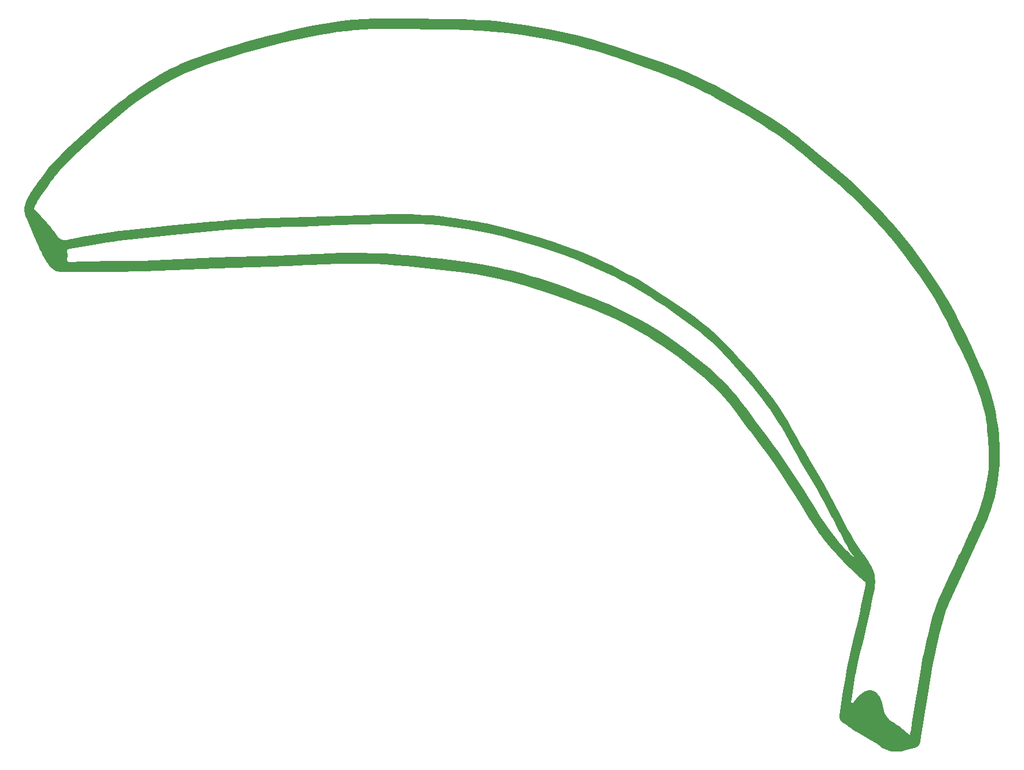
<source format=gbr>
%TF.GenerationSoftware,KiCad,Pcbnew,8.0.4-8.0.4-0~ubuntu22.04.1*%
%TF.CreationDate,2024-11-20T16:55:02+01:00*%
%TF.ProjectId,HH2025badge,48483230-3235-4626-9164-67652e6b6963,rev?*%
%TF.SameCoordinates,Original*%
%TF.FileFunction,Legend,Bot*%
%TF.FilePolarity,Positive*%
%FSLAX46Y46*%
G04 Gerber Fmt 4.6, Leading zero omitted, Abs format (unit mm)*
G04 Created by KiCad (PCBNEW 8.0.4-8.0.4-0~ubuntu22.04.1) date 2024-11-20 16:55:02*
%MOMM*%
%LPD*%
G01*
G04 APERTURE LIST*
%ADD10C,0.000000*%
G04 APERTURE END LIST*
D10*
G36*
X187853437Y-27780947D02*
G01*
X193168942Y-27863157D01*
X195499714Y-27906395D01*
X196669218Y-27944655D01*
X197839287Y-27998263D01*
X199008287Y-28070412D01*
X200174582Y-28164289D01*
X201336538Y-28283087D01*
X202492521Y-28429998D01*
X204449870Y-28720860D01*
X206401889Y-29047166D01*
X208347514Y-29411842D01*
X210285681Y-29817810D01*
X212215324Y-30267999D01*
X214135379Y-30765331D01*
X216044782Y-31312733D01*
X217942469Y-31913130D01*
X222142713Y-33334632D01*
X224227764Y-34074441D01*
X226296428Y-34852770D01*
X228343954Y-35683975D01*
X230365588Y-36582417D01*
X231365211Y-37061340D01*
X232356578Y-37562456D01*
X233339095Y-38087561D01*
X234312170Y-38638449D01*
X238604133Y-41144501D01*
X239668288Y-41785543D01*
X240724118Y-42442957D01*
X241769227Y-43122023D01*
X242801222Y-43828021D01*
X243635944Y-44437215D01*
X244455500Y-45071175D01*
X245263577Y-45723671D01*
X246063863Y-46388475D01*
X247655805Y-47730084D01*
X248454837Y-48394432D01*
X249260823Y-49046169D01*
X250389623Y-49958468D01*
X251493779Y-50894923D01*
X252573804Y-51854772D01*
X253630211Y-52837257D01*
X254663513Y-53841620D01*
X255674224Y-54867098D01*
X256662855Y-55912934D01*
X257629920Y-56978366D01*
X258575934Y-58062635D01*
X259501408Y-59164983D01*
X261292789Y-61420873D01*
X263008168Y-63739956D01*
X264651650Y-66116157D01*
X265143127Y-66869848D01*
X265619358Y-67631298D01*
X266081360Y-68399991D01*
X266530148Y-69175409D01*
X267392149Y-70744353D01*
X268213495Y-72333989D01*
X269002314Y-73940179D01*
X269766740Y-75558786D01*
X271254935Y-78816692D01*
X271534432Y-79445136D01*
X271799434Y-80077001D01*
X272049885Y-80712442D01*
X272285726Y-81351616D01*
X272506902Y-81994680D01*
X272713355Y-82641790D01*
X272905029Y-83293104D01*
X273081865Y-83948778D01*
X273243808Y-84608968D01*
X273390799Y-85273831D01*
X273522783Y-85943525D01*
X273639702Y-86618205D01*
X273741499Y-87298028D01*
X273828116Y-87983152D01*
X273899498Y-88673732D01*
X273955587Y-89369925D01*
X274000348Y-90114061D01*
X274026718Y-90853632D01*
X274034464Y-91588790D01*
X274023353Y-92319689D01*
X273993153Y-93046478D01*
X273943631Y-93769309D01*
X273874554Y-94488336D01*
X273785689Y-95203710D01*
X273676804Y-95915583D01*
X273547666Y-96624106D01*
X273398043Y-97329433D01*
X273227701Y-98031714D01*
X273036407Y-98731101D01*
X272823930Y-99427746D01*
X272590036Y-100121802D01*
X272334492Y-100813421D01*
X272136896Y-101299971D01*
X271932007Y-101780555D01*
X271721346Y-102256199D01*
X271506429Y-102727929D01*
X270634615Y-104596230D01*
X267763683Y-110819868D01*
X266867942Y-112740033D01*
X266654357Y-113227391D01*
X266452130Y-113721248D01*
X266264869Y-114223391D01*
X266177979Y-114478128D01*
X266096183Y-114735605D01*
X265641756Y-116262582D01*
X265231663Y-117799068D01*
X264861002Y-119344228D01*
X264524874Y-120897223D01*
X264218375Y-122457217D01*
X263936607Y-124023372D01*
X263427660Y-127170821D01*
X262517487Y-132860288D01*
X262414312Y-133505228D01*
X262395528Y-133610089D01*
X262371967Y-133709545D01*
X262358352Y-133757266D01*
X262343489Y-133803661D01*
X262327361Y-133848738D01*
X262309950Y-133892505D01*
X262291238Y-133934970D01*
X262271207Y-133976142D01*
X262249840Y-134016029D01*
X262227118Y-134054639D01*
X262203026Y-134091981D01*
X262177542Y-134128063D01*
X262150652Y-134162894D01*
X262122336Y-134196481D01*
X262092576Y-134228832D01*
X262061355Y-134259957D01*
X262028655Y-134289864D01*
X261994458Y-134318560D01*
X261958748Y-134346055D01*
X261921504Y-134372355D01*
X261882710Y-134397470D01*
X261842349Y-134421408D01*
X261800401Y-134444179D01*
X261756851Y-134465788D01*
X261711678Y-134486245D01*
X261664866Y-134505559D01*
X261616398Y-134523737D01*
X261566254Y-134540787D01*
X261514417Y-134556719D01*
X261460871Y-134571540D01*
X260118613Y-134930999D01*
X259888565Y-134979205D01*
X259660433Y-135019058D01*
X259434232Y-135050031D01*
X259209975Y-135071598D01*
X258987678Y-135083230D01*
X258767355Y-135084401D01*
X258549020Y-135074584D01*
X258332688Y-135053251D01*
X258118373Y-135019877D01*
X257906090Y-134973933D01*
X257695852Y-134914892D01*
X257487674Y-134842226D01*
X257281572Y-134755410D01*
X257077557Y-134653917D01*
X256875647Y-134537217D01*
X256675854Y-134404786D01*
X255967642Y-133909777D01*
X255791537Y-133789918D01*
X255613837Y-133671847D01*
X255433552Y-133555673D01*
X255249695Y-133441514D01*
X254816921Y-133174603D01*
X254378937Y-132923305D01*
X253500571Y-132436401D01*
X253066806Y-132185220D01*
X252852723Y-132054292D01*
X252641059Y-131918504D01*
X252432228Y-131776887D01*
X252226642Y-131628467D01*
X252024715Y-131472269D01*
X251826861Y-131307319D01*
X251664497Y-131188282D01*
X251585860Y-131130873D01*
X251507601Y-131075023D01*
X251428734Y-131020843D01*
X251348271Y-130968449D01*
X251265223Y-130917953D01*
X251178605Y-130869470D01*
X251093535Y-130820986D01*
X251015698Y-130770346D01*
X250944957Y-130717436D01*
X250912204Y-130690097D01*
X250881173Y-130662149D01*
X250851848Y-130633581D01*
X250824210Y-130604377D01*
X250798242Y-130574524D01*
X250773929Y-130544008D01*
X250751251Y-130512816D01*
X250730193Y-130480936D01*
X250710735Y-130448350D01*
X250692863Y-130415048D01*
X250676558Y-130381014D01*
X250661803Y-130346237D01*
X250648581Y-130310701D01*
X250636874Y-130274394D01*
X250626666Y-130237300D01*
X250617940Y-130199409D01*
X250610678Y-130160704D01*
X250604861Y-130121172D01*
X250597502Y-130039576D01*
X250595723Y-129954510D01*
X250599387Y-129865865D01*
X250608356Y-129773531D01*
X250835600Y-128025850D01*
X251095671Y-126271190D01*
X251384922Y-124519578D01*
X251699698Y-122781040D01*
X251929491Y-121651515D01*
X252182343Y-120527543D01*
X252724250Y-118288044D01*
X253259472Y-116046112D01*
X253503968Y-114919099D01*
X253722062Y-113785316D01*
X253789743Y-113401092D01*
X253862856Y-113018846D01*
X254020364Y-112258460D01*
X254345411Y-110741339D01*
X254370227Y-110671423D01*
X254382170Y-110634492D01*
X254393069Y-110596531D01*
X254402373Y-110557751D01*
X254409530Y-110518369D01*
X254412131Y-110498517D01*
X254413989Y-110478595D01*
X254415035Y-110458629D01*
X254415201Y-110438646D01*
X254414416Y-110418672D01*
X254412613Y-110398732D01*
X254409723Y-110378856D01*
X254405675Y-110359069D01*
X254400403Y-110339399D01*
X254393837Y-110319871D01*
X254385907Y-110300512D01*
X254376546Y-110281350D01*
X254365684Y-110262409D01*
X254353252Y-110243718D01*
X254339182Y-110225305D01*
X254323404Y-110207192D01*
X254305851Y-110189410D01*
X254286452Y-110171984D01*
X254265140Y-110154941D01*
X254241844Y-110138306D01*
X254157343Y-110083004D01*
X254076190Y-110025489D01*
X253998011Y-109965980D01*
X253922430Y-109904696D01*
X253849073Y-109841854D01*
X253777563Y-109777674D01*
X253638586Y-109646171D01*
X253366294Y-109376707D01*
X253226976Y-109242240D01*
X253155210Y-109175837D01*
X253081539Y-109110278D01*
X252069717Y-108177461D01*
X251091865Y-107216311D01*
X250149735Y-106224628D01*
X249692612Y-105716648D01*
X249245074Y-105200208D01*
X248807340Y-104675033D01*
X248379629Y-104140847D01*
X247962160Y-103597375D01*
X247555151Y-103044342D01*
X247158820Y-102481473D01*
X246773385Y-101908492D01*
X246399066Y-101325122D01*
X246036081Y-100731091D01*
X245063488Y-99143348D01*
X244073985Y-97566961D01*
X243065557Y-96003559D01*
X242036192Y-94454778D01*
X240983875Y-92922251D01*
X239906593Y-91407611D01*
X238802331Y-89912489D01*
X237669077Y-88438521D01*
X237140394Y-87741491D01*
X236620525Y-87041044D01*
X235587778Y-85641749D01*
X235065174Y-84948824D01*
X234531928Y-84264332D01*
X233983181Y-83591231D01*
X233414066Y-82932486D01*
X232664955Y-82136618D01*
X231888139Y-81371361D01*
X231087230Y-80633299D01*
X230265837Y-79919013D01*
X229427570Y-79225084D01*
X228576039Y-78548095D01*
X227714855Y-77884628D01*
X226847625Y-77231263D01*
X225781193Y-76453030D01*
X224699138Y-75706019D01*
X223601346Y-74989244D01*
X222487703Y-74301718D01*
X221358096Y-73642453D01*
X220212411Y-73010461D01*
X219050533Y-72404755D01*
X217872350Y-71824345D01*
X216992544Y-71412475D01*
X216104525Y-71023169D01*
X215209814Y-70652249D01*
X214309932Y-70295537D01*
X210689112Y-68927188D01*
X208578472Y-68163002D01*
X206452160Y-67462672D01*
X204309719Y-66827455D01*
X202150694Y-66258604D01*
X199974630Y-65757372D01*
X197781070Y-65325013D01*
X195569557Y-64962781D01*
X193339636Y-64671928D01*
X190285343Y-64330018D01*
X187223139Y-64030659D01*
X185688118Y-63906052D01*
X184149974Y-63803024D01*
X182608327Y-63725219D01*
X181062797Y-63676287D01*
X179656546Y-63653362D01*
X178252868Y-63664971D01*
X176851006Y-63702795D01*
X175450202Y-63758513D01*
X172648742Y-63890352D01*
X171246570Y-63949833D01*
X169842427Y-63993928D01*
X159258674Y-64351466D01*
X148682194Y-64772230D01*
X147220301Y-64821800D01*
X145755487Y-64854692D01*
X142821191Y-64885181D01*
X136962630Y-64908171D01*
X136812833Y-64903721D01*
X136665082Y-64893804D01*
X136519604Y-64877972D01*
X136376621Y-64855773D01*
X136236356Y-64826754D01*
X136099032Y-64790467D01*
X135964875Y-64746458D01*
X135834105Y-64694277D01*
X135706947Y-64633474D01*
X135583624Y-64563597D01*
X135464360Y-64484193D01*
X135349378Y-64394815D01*
X135238899Y-64295009D01*
X135133151Y-64184324D01*
X135032353Y-64062311D01*
X134936731Y-63928515D01*
X134660630Y-63523905D01*
X134524382Y-63319890D01*
X134390300Y-63113824D01*
X134259106Y-62905024D01*
X134131521Y-62692804D01*
X134008269Y-62476484D01*
X133890070Y-62255378D01*
X133695009Y-61831489D01*
X137550255Y-61831489D01*
X137550921Y-61855838D01*
X137552758Y-61881278D01*
X137555785Y-61907832D01*
X137560026Y-61935524D01*
X137570336Y-62007418D01*
X137578346Y-62078476D01*
X137584268Y-62148774D01*
X137588311Y-62218387D01*
X137590681Y-62287393D01*
X137591588Y-62355866D01*
X137589852Y-62491520D01*
X137566188Y-63028046D01*
X137563737Y-63077790D01*
X137563852Y-63123734D01*
X137566742Y-63165956D01*
X137569292Y-63185695D01*
X137572615Y-63204532D01*
X137576735Y-63222476D01*
X137581681Y-63239538D01*
X137587476Y-63255725D01*
X137594149Y-63271048D01*
X137601723Y-63285517D01*
X137610226Y-63299141D01*
X137619684Y-63311930D01*
X137630123Y-63323892D01*
X137641569Y-63335038D01*
X137654048Y-63345378D01*
X137667586Y-63354918D01*
X137682210Y-63363672D01*
X137697946Y-63371647D01*
X137714817Y-63378853D01*
X137732855Y-63385299D01*
X137752081Y-63390995D01*
X137772522Y-63395951D01*
X137794206Y-63400176D01*
X137817158Y-63403679D01*
X137841405Y-63406471D01*
X137893885Y-63409955D01*
X137951855Y-63410707D01*
X139698208Y-63357329D01*
X141443033Y-63318536D01*
X143189671Y-63295546D01*
X144941468Y-63289572D01*
X146715059Y-63269689D01*
X148488351Y-63224618D01*
X152034041Y-63079729D01*
X159121792Y-62716698D01*
X168322408Y-62511925D01*
X176086912Y-62147885D01*
X177622191Y-62100809D01*
X179155148Y-62082226D01*
X180686502Y-62091454D01*
X182216974Y-62127807D01*
X183747288Y-62190602D01*
X185278164Y-62279156D01*
X186810324Y-62392784D01*
X188344490Y-62530804D01*
X190293734Y-62732983D01*
X192231424Y-62946100D01*
X194164248Y-63172590D01*
X196098891Y-63414886D01*
X196644283Y-63497615D01*
X197187053Y-63588854D01*
X198268830Y-63790781D01*
X200446062Y-64229895D01*
X201095601Y-64364094D01*
X201745631Y-64506044D01*
X202395735Y-64655591D01*
X203045495Y-64812585D01*
X203694494Y-64976873D01*
X204342315Y-65148303D01*
X205632751Y-65511983D01*
X206404719Y-65739954D01*
X207181845Y-65984947D01*
X207960787Y-66245745D01*
X208738204Y-66521131D01*
X210615081Y-67189114D01*
X212482221Y-67883841D01*
X214339627Y-68605311D01*
X216187302Y-69353525D01*
X216883312Y-69646286D01*
X217573849Y-69954091D01*
X218259520Y-70275266D01*
X218940933Y-70608143D01*
X219618696Y-70951049D01*
X220293418Y-71302312D01*
X221636170Y-72023223D01*
X222950710Y-72759893D01*
X224234576Y-73543132D01*
X225491153Y-74367545D01*
X226723822Y-75227738D01*
X227935967Y-76118318D01*
X229130970Y-77033891D01*
X230312214Y-77969063D01*
X231483082Y-78918440D01*
X231931046Y-79300011D01*
X232368569Y-79690442D01*
X232796156Y-80089322D01*
X233214308Y-80496244D01*
X233623529Y-80910800D01*
X234024326Y-81332581D01*
X234802650Y-82196186D01*
X235553310Y-83083796D01*
X236280334Y-83992140D01*
X236987748Y-84917956D01*
X237679582Y-85857976D01*
X238226282Y-86612116D01*
X238780581Y-87360977D01*
X239901036Y-88852132D01*
X241019057Y-90349973D01*
X241570315Y-91107192D01*
X242112756Y-91873033D01*
X242805142Y-92872641D01*
X243487344Y-93879426D01*
X244159513Y-94892970D01*
X244821804Y-95912856D01*
X245474367Y-96938666D01*
X246117356Y-97969982D01*
X246750921Y-99006384D01*
X247375217Y-100047456D01*
X247846570Y-100811637D01*
X248339089Y-101557968D01*
X248852052Y-102287132D01*
X249384737Y-102999815D01*
X249936424Y-103696699D01*
X250506388Y-104378468D01*
X251093910Y-105045807D01*
X251698265Y-105699398D01*
X251921908Y-105861558D01*
X251957117Y-105911736D01*
X251993505Y-105961281D01*
X252031107Y-106010082D01*
X252069964Y-106058040D01*
X252110113Y-106105048D01*
X252151593Y-106151002D01*
X252194440Y-106195799D01*
X252238693Y-106239332D01*
X252284390Y-106281499D01*
X252331570Y-106322192D01*
X252380270Y-106361311D01*
X252430527Y-106398749D01*
X252482380Y-106434402D01*
X252535869Y-106468165D01*
X252591029Y-106499935D01*
X252647899Y-106529605D01*
X252116448Y-105770836D01*
X251957947Y-105499256D01*
X251801081Y-105224482D01*
X251646267Y-104946671D01*
X251493923Y-104665972D01*
X251344467Y-104382538D01*
X251198316Y-104096520D01*
X251055891Y-103808073D01*
X250917606Y-103517348D01*
X250715310Y-103167599D01*
X250520425Y-102814394D01*
X250331239Y-102458533D01*
X250146043Y-102100810D01*
X249780779Y-101382972D01*
X249597292Y-101024451D01*
X249410956Y-100667259D01*
X248892812Y-99653073D01*
X248356203Y-98645413D01*
X247804244Y-97643525D01*
X247240052Y-96646647D01*
X246087424Y-94664887D01*
X244923246Y-92694064D01*
X244349876Y-91691641D01*
X243782280Y-90683744D01*
X242668057Y-88683153D01*
X242146834Y-87764534D01*
X241604027Y-86863613D01*
X241039940Y-85979555D01*
X240454877Y-85111523D01*
X239849143Y-84258684D01*
X239223042Y-83420197D01*
X238576878Y-82595231D01*
X237910955Y-81782947D01*
X235740435Y-79231327D01*
X235188875Y-78598452D01*
X234630551Y-77971160D01*
X234063867Y-77351235D01*
X233487225Y-76740463D01*
X233085057Y-76320450D01*
X232674889Y-75910064D01*
X231832301Y-75115976D01*
X230962957Y-74353793D01*
X230070354Y-73619109D01*
X229157990Y-72907518D01*
X228229360Y-72214613D01*
X227287962Y-71535990D01*
X226337291Y-70867242D01*
X225651090Y-70380880D01*
X224960822Y-69904394D01*
X224266068Y-69437631D01*
X223566410Y-68980441D01*
X222861431Y-68532670D01*
X222150713Y-68094167D01*
X221433836Y-67664781D01*
X220710385Y-67244359D01*
X219981686Y-66833385D01*
X219249336Y-66432438D01*
X218513336Y-66041519D01*
X217773684Y-65660629D01*
X217030381Y-65289767D01*
X216283429Y-64928934D01*
X215532824Y-64578130D01*
X214778570Y-64237354D01*
X213239971Y-63572615D01*
X212469185Y-63253426D01*
X211695887Y-62943735D01*
X210918939Y-62644071D01*
X210137203Y-62354968D01*
X209349537Y-62076957D01*
X208554804Y-61810569D01*
X206786503Y-61260342D01*
X205013332Y-60723484D01*
X203230428Y-60213371D01*
X202333807Y-59972520D01*
X201432927Y-59743370D01*
X199681509Y-59324215D01*
X197923430Y-58948065D01*
X196158727Y-58618718D01*
X194387436Y-58339973D01*
X192609596Y-58115631D01*
X190825241Y-57949488D01*
X189034411Y-57845344D01*
X187237141Y-57807000D01*
X183787377Y-57839163D01*
X180350065Y-57909929D01*
X176920641Y-58021423D01*
X173494545Y-58175771D01*
X171934025Y-58247102D01*
X170372182Y-58299968D01*
X167245276Y-58384655D01*
X165680587Y-58433645D01*
X164115325Y-58498517D01*
X162549677Y-58587855D01*
X160983829Y-58710245D01*
X153079007Y-59432073D01*
X149124759Y-59839639D01*
X145179005Y-60307083D01*
X144260470Y-60432414D01*
X143347249Y-60569143D01*
X141532498Y-60867675D01*
X137920004Y-61501217D01*
X137873720Y-61507577D01*
X137829809Y-61515866D01*
X137788443Y-61526264D01*
X137749793Y-61538952D01*
X137731540Y-61546212D01*
X137714030Y-61554111D01*
X137697284Y-61562673D01*
X137681324Y-61571921D01*
X137666171Y-61581876D01*
X137651846Y-61592562D01*
X137638372Y-61604000D01*
X137625769Y-61616215D01*
X137614058Y-61629227D01*
X137603261Y-61643060D01*
X137593399Y-61657736D01*
X137584494Y-61673278D01*
X137576566Y-61689708D01*
X137569639Y-61707050D01*
X137563732Y-61725325D01*
X137558867Y-61744556D01*
X137555065Y-61764764D01*
X137552349Y-61785974D01*
X137550738Y-61808208D01*
X137550255Y-61831489D01*
X133695009Y-61831489D01*
X133595107Y-61614391D01*
X133304781Y-60968468D01*
X132733477Y-59663936D01*
X131596350Y-57019009D01*
X131537559Y-56876411D01*
X131484106Y-56735400D01*
X131436313Y-56595738D01*
X131394502Y-56457189D01*
X131358998Y-56319517D01*
X131330123Y-56182482D01*
X131308201Y-56045848D01*
X131293553Y-55909377D01*
X131286504Y-55772833D01*
X131287377Y-55635977D01*
X131289962Y-55597023D01*
X132738820Y-55597023D01*
X132739218Y-55611719D01*
X132740477Y-55626492D01*
X132742646Y-55641359D01*
X132745780Y-55656342D01*
X132749930Y-55671457D01*
X132755149Y-55686724D01*
X132761488Y-55702163D01*
X132769000Y-55717792D01*
X132777738Y-55733631D01*
X132787753Y-55749698D01*
X132799097Y-55766012D01*
X132811822Y-55782593D01*
X132825983Y-55799459D01*
X132841630Y-55816630D01*
X133280966Y-56268112D01*
X133713539Y-56725178D01*
X134138360Y-57187943D01*
X134554441Y-57656516D01*
X134960795Y-58131014D01*
X135356434Y-58611550D01*
X135740370Y-59098235D01*
X136111615Y-59591184D01*
X136198442Y-59699980D01*
X136285348Y-59796856D01*
X136328927Y-59840969D01*
X136372638Y-59882277D01*
X136416522Y-59920838D01*
X136460616Y-59956710D01*
X136504957Y-59989950D01*
X136549584Y-60020619D01*
X136594535Y-60048774D01*
X136639848Y-60074471D01*
X136685560Y-60097771D01*
X136731710Y-60118731D01*
X136778336Y-60137409D01*
X136825475Y-60153864D01*
X136873165Y-60168153D01*
X136921445Y-60180335D01*
X136970352Y-60190469D01*
X137019926Y-60198611D01*
X137121220Y-60209157D01*
X137225632Y-60212437D01*
X137333465Y-60208918D01*
X137445022Y-60199066D01*
X137560609Y-60183345D01*
X137680527Y-60162221D01*
X138746354Y-59948379D01*
X139815711Y-59744340D01*
X140887875Y-59550787D01*
X141962125Y-59368404D01*
X143037738Y-59197875D01*
X144113994Y-59039883D01*
X145190170Y-58895112D01*
X146265545Y-58764246D01*
X149368715Y-58429268D01*
X152480084Y-58123774D01*
X158711636Y-57519778D01*
X160139610Y-57387668D01*
X161562564Y-57279756D01*
X162981867Y-57192283D01*
X164398885Y-57121487D01*
X167231543Y-57014884D01*
X170071489Y-56929864D01*
X175393149Y-56731645D01*
X178048810Y-56636333D01*
X180705075Y-56560171D01*
X183027528Y-56489334D01*
X185345110Y-56431866D01*
X186501692Y-56422202D01*
X187656595Y-56432750D01*
X188809668Y-56469131D01*
X189960756Y-56536969D01*
X190841934Y-56607676D01*
X191716460Y-56690159D01*
X192585892Y-56784038D01*
X193451789Y-56888934D01*
X194315707Y-57004467D01*
X195179204Y-57130256D01*
X196911166Y-57411087D01*
X197595095Y-57529253D01*
X198276095Y-57656764D01*
X198954889Y-57792935D01*
X199632199Y-57937084D01*
X200985253Y-58246579D01*
X202341031Y-58579780D01*
X203554227Y-58907777D01*
X204762554Y-59249146D01*
X205966012Y-59603883D01*
X207164599Y-59971991D01*
X207843933Y-60180997D01*
X208516654Y-60400372D01*
X209184358Y-60628333D01*
X209848642Y-60863094D01*
X212503483Y-61834426D01*
X213110397Y-62075989D01*
X213711459Y-62325832D01*
X214307809Y-62583425D01*
X214900584Y-62848234D01*
X216079977Y-63397377D01*
X217258753Y-63969011D01*
X218823502Y-64761258D01*
X219604031Y-65168304D01*
X220380645Y-65584808D01*
X221151328Y-66012406D01*
X221914067Y-66452727D01*
X222666848Y-66907407D01*
X223407658Y-67378077D01*
X226384073Y-69334640D01*
X227849363Y-70343383D01*
X229288125Y-71386006D01*
X230691921Y-72472690D01*
X231378072Y-73035735D01*
X232052316Y-73613611D01*
X232713601Y-74207593D01*
X233360870Y-74818951D01*
X233993071Y-75448960D01*
X234609148Y-76098889D01*
X235703672Y-77291395D01*
X236787971Y-78497690D01*
X237855474Y-79721531D01*
X238899605Y-80966678D01*
X239913792Y-82236891D01*
X240891460Y-83535929D01*
X241826037Y-84867550D01*
X242275111Y-85546755D01*
X242710948Y-86235514D01*
X243003272Y-86712358D01*
X243286362Y-87197670D01*
X243562534Y-87688984D01*
X243834108Y-88183829D01*
X244372734Y-89174242D01*
X244644424Y-89664872D01*
X244920788Y-90149159D01*
X245536892Y-91221398D01*
X246163024Y-92297290D01*
X247432005Y-94455162D01*
X248339022Y-96035204D01*
X249229928Y-97628312D01*
X249665823Y-98429669D01*
X250093474Y-99234177D01*
X250511475Y-100041797D01*
X250918418Y-100852491D01*
X251334796Y-101689490D01*
X251773896Y-102513465D01*
X252234427Y-103325366D01*
X252715096Y-104126141D01*
X253214611Y-104916740D01*
X253731681Y-105698113D01*
X254265015Y-106471209D01*
X254813318Y-107236977D01*
X254887741Y-107344841D01*
X254999879Y-107507365D01*
X255165020Y-107781019D01*
X255309361Y-108057869D01*
X255433517Y-108337841D01*
X255538108Y-108620866D01*
X255623749Y-108906872D01*
X255691060Y-109195789D01*
X255740655Y-109487545D01*
X255773154Y-109782069D01*
X255789172Y-110079290D01*
X255789330Y-110379138D01*
X255774242Y-110681540D01*
X255744528Y-110986427D01*
X255700802Y-111293727D01*
X255643685Y-111603368D01*
X255573792Y-111915281D01*
X255334022Y-113009159D01*
X255104281Y-114106685D01*
X254661516Y-116307818D01*
X254579905Y-116688706D01*
X254491949Y-117070125D01*
X254303236Y-117833032D01*
X254107838Y-118593509D01*
X253918215Y-119348521D01*
X253633355Y-120486547D01*
X253365206Y-121630660D01*
X253117112Y-122782076D01*
X253001631Y-123360903D01*
X252892418Y-123942011D01*
X252340257Y-127456091D01*
X252336162Y-127485762D01*
X252330338Y-127516284D01*
X252315706Y-127579022D01*
X252300769Y-127642596D01*
X252294564Y-127674162D01*
X252289936Y-127705298D01*
X252288385Y-127720636D01*
X252287435Y-127735787D01*
X252287155Y-127750723D01*
X252287612Y-127765418D01*
X252288878Y-127779845D01*
X252291020Y-127793977D01*
X252294107Y-127807787D01*
X252298208Y-127821250D01*
X252303391Y-127834338D01*
X252309727Y-127847024D01*
X252317282Y-127859281D01*
X252326128Y-127871084D01*
X252336332Y-127882406D01*
X252347964Y-127893218D01*
X252361091Y-127903497D01*
X252375783Y-127913213D01*
X252395445Y-127919670D01*
X252414338Y-127924485D01*
X252432485Y-127927728D01*
X252449916Y-127929469D01*
X252466656Y-127929775D01*
X252482732Y-127928716D01*
X252498172Y-127926359D01*
X252513002Y-127922775D01*
X252527247Y-127918032D01*
X252540934Y-127912200D01*
X252554092Y-127905346D01*
X252566747Y-127897539D01*
X252578923Y-127888850D01*
X252590650Y-127879345D01*
X252601954Y-127869095D01*
X252612860Y-127858169D01*
X252633589Y-127834560D01*
X252653050Y-127809070D01*
X252671458Y-127782251D01*
X252689026Y-127754652D01*
X252722493Y-127699322D01*
X252738821Y-127672693D01*
X252755162Y-127647488D01*
X253011311Y-127347636D01*
X253139214Y-127198831D01*
X253269586Y-127052346D01*
X253404363Y-126909355D01*
X253474010Y-126839539D01*
X253545485Y-126771040D01*
X253619030Y-126704003D01*
X253694887Y-126638576D01*
X253773299Y-126574908D01*
X253854507Y-126513144D01*
X253956853Y-126443806D01*
X254059518Y-126380987D01*
X254162366Y-126324652D01*
X254265262Y-126274767D01*
X254368071Y-126231300D01*
X254470657Y-126194213D01*
X254572885Y-126163472D01*
X254674619Y-126139044D01*
X254775725Y-126120893D01*
X254876068Y-126108987D01*
X254975510Y-126103289D01*
X255073919Y-126103766D01*
X255171157Y-126110383D01*
X255267089Y-126123105D01*
X255361581Y-126141898D01*
X255454497Y-126166728D01*
X255545701Y-126197560D01*
X255635059Y-126234360D01*
X255722434Y-126277093D01*
X255807693Y-126325724D01*
X255890698Y-126380220D01*
X255971316Y-126440546D01*
X256049410Y-126506667D01*
X256124845Y-126578549D01*
X256197486Y-126656158D01*
X256267198Y-126739458D01*
X256333846Y-126828416D01*
X256397292Y-126922997D01*
X256457404Y-127023166D01*
X256514044Y-127128889D01*
X256567079Y-127240133D01*
X256616372Y-127356861D01*
X256685209Y-127536971D01*
X256748575Y-127721714D01*
X256806773Y-127910254D01*
X256860108Y-128101757D01*
X256908882Y-128295386D01*
X256953402Y-128490306D01*
X256993969Y-128685681D01*
X257030889Y-128880677D01*
X257062043Y-129031655D01*
X257100769Y-129177107D01*
X257146885Y-129317203D01*
X257200212Y-129452116D01*
X257260569Y-129582016D01*
X257327775Y-129707075D01*
X257401650Y-129827463D01*
X257482013Y-129943350D01*
X257568685Y-130054909D01*
X257661483Y-130162309D01*
X257760228Y-130265721D01*
X257864740Y-130365318D01*
X257974838Y-130461268D01*
X258090340Y-130553744D01*
X258211068Y-130642917D01*
X258336839Y-130728956D01*
X258654612Y-130937603D01*
X258970712Y-131150846D01*
X259284684Y-131369938D01*
X259596069Y-131596134D01*
X259904413Y-131830686D01*
X260209260Y-132074849D01*
X260510151Y-132329877D01*
X260806631Y-132597024D01*
X260855943Y-132494292D01*
X260899588Y-132390385D01*
X260938058Y-132285423D01*
X260971840Y-132179524D01*
X261001426Y-132072807D01*
X261027302Y-131965390D01*
X261049958Y-131857394D01*
X261069884Y-131748936D01*
X261103501Y-131531110D01*
X261132064Y-131312866D01*
X261159488Y-131095154D01*
X261189685Y-130878923D01*
X262475834Y-122907431D01*
X262717082Y-121601463D01*
X262976261Y-120298239D01*
X263257932Y-118995631D01*
X263566654Y-117691510D01*
X263750217Y-116954016D01*
X263946393Y-116218272D01*
X264156548Y-115485724D01*
X264382052Y-114757813D01*
X264624269Y-114035987D01*
X264884568Y-113321688D01*
X265164316Y-112616362D01*
X265464879Y-111921452D01*
X266730855Y-109136623D01*
X267376299Y-107761988D01*
X268040585Y-106397994D01*
X268229568Y-106025899D01*
X268409016Y-105647495D01*
X268581552Y-105264683D01*
X268749796Y-104879362D01*
X269083890Y-104108796D01*
X269254982Y-103727352D01*
X269432264Y-103351002D01*
X269852646Y-102504582D01*
X270055732Y-102078786D01*
X270252971Y-101650861D01*
X270443523Y-101220501D01*
X270626553Y-100787404D01*
X270801226Y-100351265D01*
X270966707Y-99911779D01*
X271149871Y-99387954D01*
X271319931Y-98859831D01*
X271477149Y-98327981D01*
X271621793Y-97792975D01*
X271754129Y-97255380D01*
X271874422Y-96715770D01*
X271982938Y-96174712D01*
X272079944Y-95632778D01*
X272137010Y-95404617D01*
X272187916Y-95175990D01*
X272232963Y-94946885D01*
X272272449Y-94717295D01*
X272306674Y-94487209D01*
X272335936Y-94256619D01*
X272380768Y-93793888D01*
X272409343Y-93329023D01*
X272424051Y-92861951D01*
X272427286Y-92392595D01*
X272421444Y-91920880D01*
X272400424Y-91265716D01*
X272373098Y-90614882D01*
X272338931Y-89967236D01*
X272297394Y-89321640D01*
X272247956Y-88676953D01*
X272190082Y-88032035D01*
X272123243Y-87385748D01*
X272046907Y-86736949D01*
X272000371Y-86419017D01*
X271947139Y-86102257D01*
X271887581Y-85786624D01*
X271822068Y-85472078D01*
X271674656Y-84846071D01*
X271507868Y-84223896D01*
X271324667Y-83605212D01*
X271128016Y-82989677D01*
X270920879Y-82376950D01*
X270706220Y-81766689D01*
X270387606Y-80916138D01*
X270052310Y-80073711D01*
X269701891Y-79239030D01*
X269337906Y-78411715D01*
X268961915Y-77591387D01*
X268575473Y-76777665D01*
X268180140Y-75970172D01*
X267777473Y-75168525D01*
X266731613Y-73054643D01*
X266203003Y-71999655D01*
X265662957Y-70951389D01*
X265105734Y-69913905D01*
X264525600Y-68891270D01*
X263916814Y-67887546D01*
X263599885Y-67394046D01*
X263273641Y-66906796D01*
X262758215Y-66149289D01*
X262233177Y-65398694D01*
X261699246Y-64654325D01*
X261157146Y-63915503D01*
X260051324Y-62451755D01*
X258921485Y-61001983D01*
X258253492Y-60164180D01*
X257572119Y-59342330D01*
X256877979Y-58534762D01*
X256171678Y-57739802D01*
X255453825Y-56955782D01*
X254725028Y-56181027D01*
X253985894Y-55413868D01*
X253237032Y-54652633D01*
X252564931Y-53983219D01*
X251873335Y-53332263D01*
X251165853Y-52696347D01*
X250446098Y-52072053D01*
X247516531Y-49622731D01*
X245024527Y-47524476D01*
X244398198Y-47005800D01*
X243764990Y-46496923D01*
X243122127Y-46001570D01*
X242466837Y-45523460D01*
X241743762Y-45008610D01*
X241013543Y-44502992D01*
X240276027Y-44007021D01*
X239531061Y-43521116D01*
X238778495Y-43045694D01*
X238018175Y-42581173D01*
X237249949Y-42127972D01*
X236473666Y-41686507D01*
X232490013Y-39428956D01*
X232086826Y-39210122D01*
X231684017Y-38998050D01*
X230877411Y-38589637D01*
X230065938Y-38194596D01*
X229245342Y-37803804D01*
X228040238Y-37240569D01*
X226817002Y-36718056D01*
X225579093Y-36228060D01*
X224329970Y-35762374D01*
X219290540Y-33978648D01*
X218712841Y-33772089D01*
X218130354Y-33570887D01*
X216954967Y-33184092D01*
X215772282Y-32817355D01*
X214590204Y-32469770D01*
X213754875Y-32231906D01*
X212918975Y-32004718D01*
X212082237Y-31787636D01*
X211244396Y-31580089D01*
X209564334Y-31191322D01*
X207876664Y-30833857D01*
X205896716Y-30474435D01*
X203914586Y-30169112D01*
X201929630Y-29915759D01*
X199941199Y-29712249D01*
X197948652Y-29556456D01*
X195951343Y-29446249D01*
X193948624Y-29379504D01*
X191939854Y-29354091D01*
X186415236Y-29291675D01*
X185029236Y-29286137D01*
X183641219Y-29297847D01*
X182251144Y-29333416D01*
X180858971Y-29399453D01*
X179606807Y-29490344D01*
X178357409Y-29613947D01*
X177111117Y-29768020D01*
X175868275Y-29950321D01*
X174629224Y-30158609D01*
X173394307Y-30390643D01*
X172163867Y-30644182D01*
X170938246Y-30916983D01*
X169018135Y-31371502D01*
X167103187Y-31843041D01*
X166149262Y-32090513D01*
X165198564Y-32348624D01*
X164251738Y-32619500D01*
X163309429Y-32905271D01*
X160990188Y-33600028D01*
X159832066Y-33954340D01*
X158679144Y-34324269D01*
X157534574Y-34718059D01*
X156401507Y-35143954D01*
X155840271Y-35371518D01*
X155283092Y-35610201D01*
X154730365Y-35861032D01*
X154182484Y-36125044D01*
X153046454Y-36703814D01*
X151929451Y-37307018D01*
X150831971Y-37937202D01*
X149754503Y-38596912D01*
X148697543Y-39288693D01*
X147661582Y-40015089D01*
X146647113Y-40778648D01*
X146148093Y-41175159D01*
X145654629Y-41581915D01*
X143447493Y-43452555D01*
X142356593Y-44400532D01*
X141276517Y-45359074D01*
X140209051Y-46329777D01*
X139155980Y-47314238D01*
X138119090Y-48314051D01*
X137100163Y-49330813D01*
X136772309Y-49669476D01*
X136454712Y-50018969D01*
X136146686Y-50378573D01*
X135847548Y-50747562D01*
X135556614Y-51125217D01*
X135273201Y-51510815D01*
X134996624Y-51903632D01*
X134726205Y-52302944D01*
X134726206Y-52302945D01*
X134726206Y-52302944D01*
X134726207Y-52302944D01*
X134726208Y-52302943D01*
X134726209Y-52302944D01*
X134726210Y-52302944D01*
X134726212Y-52302943D01*
X134726213Y-52302944D01*
X134726214Y-52302945D01*
X134726216Y-52302945D01*
X134726217Y-52302946D01*
X134726218Y-52302946D01*
X134466562Y-52647976D01*
X134211158Y-52996920D01*
X133960918Y-53352476D01*
X133716754Y-53717341D01*
X133479578Y-54094214D01*
X133250299Y-54485793D01*
X133029829Y-54894773D01*
X132819081Y-55323855D01*
X132770618Y-55450071D01*
X132760307Y-55479917D01*
X132751554Y-55509382D01*
X132744777Y-55538620D01*
X132742259Y-55553201D01*
X132740392Y-55567783D01*
X132739229Y-55582384D01*
X132738820Y-55597023D01*
X131289962Y-55597023D01*
X131296494Y-55498573D01*
X131314178Y-55360383D01*
X131340752Y-55221170D01*
X131376540Y-55080696D01*
X131421865Y-54938725D01*
X131477048Y-54795019D01*
X131642572Y-54402873D01*
X131820669Y-54019089D01*
X132011755Y-53643817D01*
X132216251Y-53277212D01*
X132434574Y-52919426D01*
X132667140Y-52570609D01*
X132788896Y-52399613D01*
X132914370Y-52230915D01*
X133043614Y-52064537D01*
X133176681Y-51900496D01*
X133687651Y-51166623D01*
X134224449Y-50450196D01*
X134785253Y-49751025D01*
X135368237Y-49068919D01*
X135971580Y-48403687D01*
X136593457Y-47755138D01*
X137232046Y-47123084D01*
X137885522Y-46507331D01*
X139676000Y-44859191D01*
X141486230Y-43229598D01*
X142400745Y-42426032D01*
X143322589Y-41632231D01*
X144252559Y-40849904D01*
X145191451Y-40080764D01*
X145895580Y-39517951D01*
X146608423Y-38970851D01*
X147330112Y-38439747D01*
X148060781Y-37924925D01*
X148800564Y-37426670D01*
X149549592Y-36945267D01*
X150307999Y-36481000D01*
X151075917Y-36034155D01*
X151853479Y-35605017D01*
X152640819Y-35193871D01*
X153438069Y-34801002D01*
X154245363Y-34426694D01*
X155062832Y-34071233D01*
X155890611Y-33734903D01*
X156728832Y-33417990D01*
X157577627Y-33120779D01*
X159115785Y-32613130D01*
X160658954Y-32122920D01*
X162206982Y-31650570D01*
X163759716Y-31196494D01*
X165317005Y-30761113D01*
X166878696Y-30344842D01*
X168444635Y-29948100D01*
X170014671Y-29571305D01*
X171558132Y-29221354D01*
X173107701Y-28900127D01*
X174663417Y-28611422D01*
X176225317Y-28359040D01*
X177793437Y-28146777D01*
X179367812Y-27978434D01*
X180948479Y-27857809D01*
X182535476Y-27788702D01*
X183864535Y-27766495D01*
X185194008Y-27760054D01*
X187853437Y-27780947D01*
G37*
M02*

</source>
